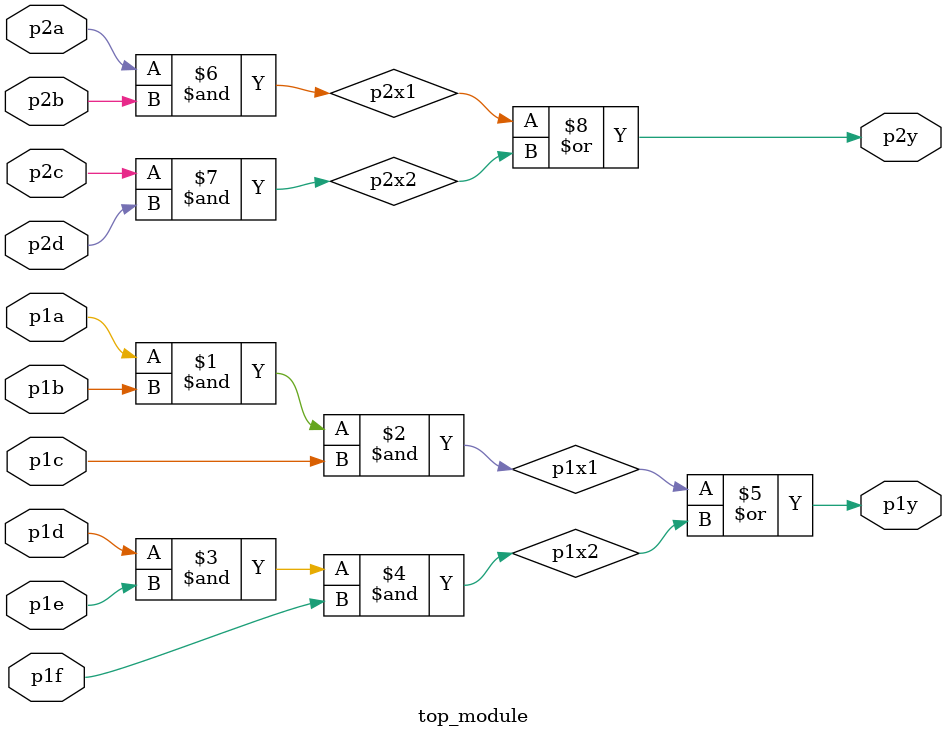
<source format=sv>
module top_module(
	input p1a, 
	input p1b, 
	input p1c, 
	input p1d,
	input p1e,
	input p1f,
	output p1y, 
	input p2a, 
	input p2b, 
	input p2c, 
	input p2d, 
	output p2y
);

	// Intermediate wires for the AND gates
	wire p1x1, p1x2, p2x1, p2x2;

	// AND gates for p1y
	and gate_p1a (p1x1, p1a, p1b, p1c);
	and gate_p1b (p1x2, p1d, p1e, p1f);

	// OR gate for p1y
	or gate_p1y (p1y, p1x1, p1x2);

	// AND gates for p2y
	and gate_p2a (p2x1, p2a, p2b);
	and gate_p2b (p2x2, p2c, p2d);

	// OR gate for p2y
	or gate_p2y (p2y, p2x1, p2x2);

endmodule

</source>
